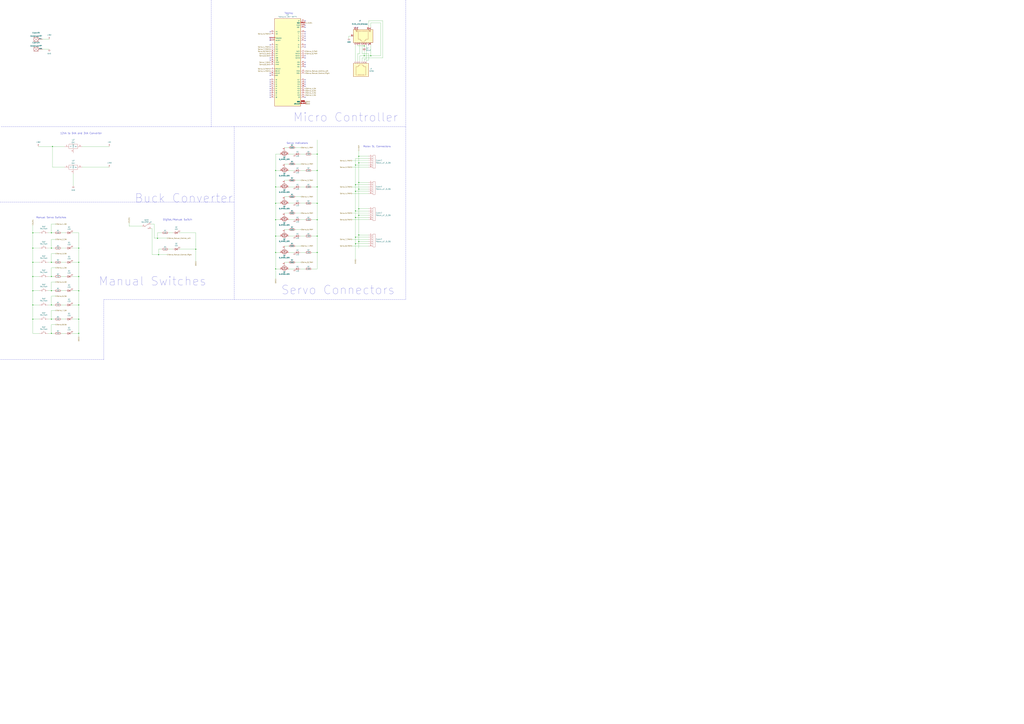
<source format=kicad_sch>
(kicad_sch (version 20211123) (generator eeschema)
  (paper "A0")
  (lib_symbols
    (symbol "Connector:6P6C" (pin_names (offset 1.016))
      (property "Reference" "J" (at -5.08 11.43 0))
      (property "Value" "6P6C" (at 2.54 11.43 0))
      (symbol "6P6C_1_1"
        (pin passive line (at 10.16 -5.08 180) (length 2.54) (name "~") (number "1"))
        (pin passive line (at 10.16 -2.54 180) (length 2.54) (name "~") (number "2"))
        (pin passive line (at 10.16 0 180) (length 2.54) (name "~") (number "3"))
        (pin passive line (at 10.16 2.54 180) (length 2.54) (name "~") (number "4"))
        (pin passive line (at 10.16 5.08 180) (length 2.54) (name "~") (number "5"))
        (pin passive line (at 10.16 7.62 180) (length 2.54) (name "~") (number "6"))
      )
    )
    (symbol "Connector:RJ45_LED_Shielded" (pin_names (offset 1.016))
      (property "Reference" "J" (at -5.08 13.97 0))
      (property "Value" "RJ45_LED_Shielded" (at 1.27 13.97 0))
      (symbol "RJ45_LED_Shielded_1_1"
        (pin passive line (at 10.16 -7.62 180) (length 2.54) (name "~") (number "1"))
        (pin passive line (at -10.16 7.62 0) (length 2.54) (name "~") (number "10"))
        (pin passive line (at -10.16 -5.08 0) (length 2.54) (name "~") (number "11"))
        (pin passive line (at -10.16 -7.62 0) (length 2.54) (name "~") (number "12"))
        (pin passive line (at 10.16 -5.08 180) (length 2.54) (name "~") (number "2"))
        (pin passive line (at 10.16 -2.54 180) (length 2.54) (name "~") (number "3"))
        (pin passive line (at 10.16 0 180) (length 2.54) (name "~") (number "4"))
        (pin passive line (at 10.16 2.54 180) (length 2.54) (name "~") (number "5"))
        (pin passive line (at 10.16 5.08 180) (length 2.54) (name "~") (number "6"))
        (pin passive line (at 10.16 7.62 180) (length 2.54) (name "~") (number "7"))
        (pin passive line (at 10.16 10.16 180) (length 2.54) (name "~") (number "8"))
        (pin passive line (at -10.16 10.16 0) (length 2.54) (name "~") (number "9"))
        (pin passive line (at 0 -12.7 90) (length 2.54) (name "~") (number "SH"))
      )
    )
    (symbol "Device:C_Small" (pin_numbers hide) (pin_names (offset 0.254) hide)
      (property "Reference" "C" (at 0.254 1.778 0))
      (property "Value" "C_Small" (at 0.254 -2.032 0))
      (symbol "C_Small_1_1"
        (pin passive line (at 0 2.54 270) (length 2.032) (name "~") (number "1"))
        (pin passive line (at 0 -2.54 90) (length 2.032) (name "~") (number "2"))
      )
    )
    (symbol "Device:LED" (pin_numbers hide) (pin_names (offset 1.016) hide)
      (property "Reference" "D" (at 0 2.54 0))
      (property "Value" "LED" (at 0 -2.54 0))
      (symbol "LED_1_1"
        (pin passive line (at -3.81 0 0) (length 2.54) (name "K") (number "1"))
        (pin passive line (at 3.81 0 180) (length 2.54) (name "A") (number "2"))
      )
    )
    (symbol "Device:Q_NMOS_GDS" (pin_names (offset 0) hide)
      (property "Reference" "Q" (at 5.08 1.27 0))
      (property "Value" "Q_NMOS_GDS" (at 5.08 -1.27 0))
      (symbol "Q_NMOS_GDS_1_1"
        (pin input line (at -5.08 0 0) (length 2.54) (name "G") (number "1"))
        (pin passive line (at 2.54 5.08 270) (length 2.54) (name "D") (number "2"))
        (pin passive line (at 2.54 -5.08 90) (length 2.54) (name "S") (number "3"))
      )
    )
    (symbol "Device:R" (pin_numbers hide) (pin_names (offset 0))
      (property "Reference" "R" (at 2.032 0 90))
      (property "Value" "R" (at 0 0 90))
      (symbol "R_1_1"
        (pin passive line (at 0 3.81 270) (length 1.27) (name "~") (number "1"))
        (pin passive line (at 0 -3.81 90) (length 1.27) (name "~") (number "2"))
      )
    )
    (symbol "MRDT_Connectors:AndersonPP" (pin_numbers hide) (pin_names (offset 0))
      (property "Reference" "Conn" (at 3.81 -1.27 0))
      (property "Value" "AndersonPP" (at 2.54 6.35 0))
      (symbol "AndersonPP_1_1"
        (pin input line (at 10.16 2.54 180) (length 5.08) (name "GND") (number "1"))
      )
      (symbol "AndersonPP_2_1"
        (pin input line (at 10.16 2.54 180) (length 5.08) (name "V+Log") (number "2"))
      )
      (symbol "AndersonPP_3_1"
        (pin input line (at 10.16 2.54 180) (length 5.08) (name "V+Act") (number "3"))
      )
      (symbol "AndersonPP_4_1"
        (pin input line (at 10.16 2.54 180) (length 5.08) (name "PV+") (number "4"))
      )
      (symbol "AndersonPP_5_1"
        (pin input line (at 10.16 2.54 180) (length 5.08) (name "~") (number "1"))
      )
    )
    (symbol "MRDT_Connectors:Molex_uF_D_06" (pin_names (offset 1.016))
      (property "Reference" "Conn" (at 1.27 2.54 0))
      (property "Value" "Molex_uF_D_06" (at 1.27 21.59 0))
      (symbol "Molex_uF_D_06_1_1"
        (pin input line (at -5.08 19.05 0) (length 5.08) (name "~") (number "1"))
        (pin input line (at -5.08 16.51 0) (length 5.08) (name "~") (number "2"))
        (pin input line (at -5.08 13.97 0) (length 5.08) (name "~") (number "3"))
        (pin input line (at -5.08 11.43 0) (length 5.08) (name "~") (number "4"))
        (pin input line (at -5.08 8.89 0) (length 5.08) (name "~") (number "5"))
        (pin input line (at -5.08 6.35 0) (length 5.08) (name "~") (number "6"))
      )
    )
    (symbol "MRDT_Devices:OKI" (pin_names (offset 1.016))
      (property "Value" "OKI" (at 5.08 6.35 0))
      (symbol "OKI_1_1"
        (pin input line (at -5.08 2.54 0) (length 5.08) (name "Vi") (number "1"))
        (pin output line (at 5.08 -5.08 90) (length 5.08) (name "GND") (number "2"))
        (pin output line (at 15.24 2.54 180) (length 5.08) (name "Vo") (number "3"))
      )
    )
    (symbol "MRDT_Shields:Teensy4.1_DEV-16771" (pin_names (offset 1.016))
      (property "Reference" "U" (at -15.24 52.07 0))
      (property "Value" "Teensy4.1_DEV-16771" (at -15.24 -53.34 0))
      (symbol "Teensy4.1_DEV-16771_0_0"
        (pin bidirectional line (at -20.32 20.32 0) (length 5.08) (name "RX1") (number "0"))
        (pin bidirectional line (at -20.32 17.78 0) (length 5.08) (name "TX1") (number "1"))
        (pin bidirectional line (at 20.32 -5.08 180) (length 5.08) (name "CS1") (number "10"))
        (pin bidirectional line (at 20.32 -12.7 180) (length 5.08) (name "MOSI") (number "11"))
        (pin bidirectional line (at 20.32 -10.16 180) (length 5.08) (name "MISO") (number "12"))
        (pin bidirectional clock (at -20.32 -15.24 0) (length 5.08) (name "SCK") (number "13"))
        (pin bidirectional line (at -20.32 -20.32 0) (length 5.08) (name "A0") (number "14"))
        (pin bidirectional line (at -20.32 -22.86 0) (length 5.08) (name "A1") (number "15"))
        (pin bidirectional line (at -20.32 -25.4 0) (length 5.08) (name "A2") (number "16"))
        (pin bidirectional line (at -20.32 -27.94 0) (length 5.08) (name "A3") (number "17"))
        (pin bidirectional line (at -20.32 -30.48 0) (length 5.08) (name "A4") (number "18"))
        (pin bidirectional line (at -20.32 -33.02 0) (length 5.08) (name "A5") (number "19"))
        (pin output line (at 20.32 12.7 180) (length 5.08) (name "OUT2") (number "2"))
        (pin bidirectional line (at -20.32 -35.56 0) (length 5.08) (name "A6") (number "20"))
        (pin bidirectional line (at -20.32 -38.1 0) (length 5.08) (name "A7") (number "21"))
        (pin bidirectional line (at -20.32 -40.64 0) (length 5.08) (name "A8") (number "22"))
        (pin bidirectional line (at 20.32 -40.64 180) (length 5.08) (name "A9") (number "23"))
        (pin bidirectional line (at 20.32 -38.1 180) (length 5.08) (name "A10") (number "24"))
        (pin bidirectional line (at 20.32 -35.56 180) (length 5.08) (name "A11") (number "25"))
        (pin bidirectional line (at 20.32 -33.02 180) (length 5.08) (name "A12") (number "26"))
        (pin bidirectional line (at 20.32 -30.48 180) (length 5.08) (name "A13") (number "27"))
        (pin bidirectional line (at -20.32 10.16 0) (length 5.08) (name "RX7") (number "28"))
        (pin bidirectional line (at -20.32 7.62 0) (length 5.08) (name "TX7") (number "29"))
        (pin bidirectional clock (at -20.32 -7.62 0) (length 5.08) (name "LRCLK2") (number "3"))
        (pin power_in line (at 20.32 45.72 180) (length 5.08) (name "3.3V") (number "3.3V_1"))
        (pin power_in line (at 20.32 45.72 180) (length 5.08) (name "3.3V") (number "3.3V_2"))
        (pin power_in line (at 20.32 45.72 180) (length 5.08) (name "3.3V") (number "3.3V_3"))
        (pin bidirectional line (at -20.32 0 0) (length 5.08) (name "CRX3") (number "30"))
        (pin bidirectional line (at -20.32 -2.54 0) (length 5.08) (name "CTX3") (number "31"))
        (pin output line (at 20.32 5.08 180) (length 5.08) (name "OUT1B") (number "32"))
        (pin bidirectional clock (at -20.32 -12.7 0) (length 5.08) (name "MCLK2") (number "33"))
        (pin bidirectional line (at -20.32 5.08 0) (length 5.08) (name "RX8") (number "34"))
        (pin bidirectional line (at -20.32 2.54 0) (length 5.08) (name "TX8") (number "35"))
        (pin bidirectional line (at 20.32 -2.54 180) (length 5.08) (name "CS2") (number "36"))
        (pin bidirectional line (at 20.32 0 180) (length 5.08) (name "CS3") (number "37"))
        (pin bidirectional line (at 20.32 -27.94 180) (length 5.08) (name "A14") (number "38"))
        (pin bidirectional line (at 20.32 -25.4 180) (length 5.08) (name "A15") (number "39"))
        (pin bidirectional clock (at -20.32 -10.16 0) (length 5.08) (name "BCLK2") (number "4"))
        (pin bidirectional line (at 20.32 -22.86 180) (length 5.08) (name "A16") (number "40"))
        (pin bidirectional line (at 20.32 -20.32 180) (length 5.08) (name "A17") (number "41"))
        (pin bidirectional line (at -20.32 33.02 0) (length 5.08) (name "IN2") (number "5"))
        (pin power_in line (at 20.32 48.26 180) (length 5.08) (name "5V") (number "5V"))
        (pin output line (at 20.32 10.16 180) (length 5.08) (name "OUT1D") (number "6"))
        (pin bidirectional line (at -20.32 15.24 0) (length 5.08) (name "RX2") (number "7"))
        (pin bidirectional line (at -20.32 12.7 0) (length 5.08) (name "TX2") (number "8"))
        (pin output line (at 20.32 7.62 180) (length 5.08) (name "OUT1C") (number "9"))
        (pin bidirectional line (at 20.32 17.78 180) (length 5.08) (name "D-") (number "D"))
        (pin bidirectional line (at 20.32 20.32 180) (length 5.08) (name "D+") (number "D+"))
        (pin power_in line (at 20.32 -45.72 180) (length 5.08) (name "GND") (number "GND1"))
        (pin power_in line (at 20.32 -45.72 180) (length 5.08) (name "GND") (number "GND2"))
        (pin power_in line (at 20.32 -45.72 180) (length 5.08) (name "GND") (number "GND3"))
        (pin power_in line (at 20.32 -45.72 180) (length 5.08) (name "GND") (number "GND4"))
        (pin power_in line (at 20.32 -45.72 180) (length 5.08) (name "GND") (number "GND5"))
        (pin bidirectional line (at 20.32 35.56 180) (length 5.08) (name "LED") (number "LED"))
        (pin bidirectional line (at -20.32 25.4 0) (length 5.08) (name "ON/OFF") (number "ON/OFF"))
        (pin bidirectional line (at -20.32 27.94 0) (length 5.08) (name "PROGRAM") (number "PROGRAM"))
        (pin bidirectional line (at 20.32 27.94 180) (length 5.08) (name "R-") (number "R"))
        (pin bidirectional line (at 20.32 25.4 180) (length 5.08) (name "R+") (number "R+"))
        (pin bidirectional line (at 20.32 33.02 180) (length 5.08) (name "T-") (number "T"))
        (pin bidirectional line (at 20.32 30.48 180) (length 5.08) (name "T+") (number "T+"))
        (pin power_in line (at 20.32 -48.26 180) (length 5.08) (name "USB_GND") (number "USB_GND1"))
        (pin power_in line (at 20.32 -48.26 180) (length 5.08) (name "USB_GND") (number "USB_GND2"))
        (pin passive line (at 20.32 40.64 180) (length 5.08) (name "VBAT") (number "VBAT"))
        (pin input line (at -20.32 35.56 0) (length 5.08) (name "VIN") (number "VIN"))
        (pin passive line (at 20.32 43.18 180) (length 5.08) (name "VUSB") (number "VUSB"))
      )
    )
    (symbol "Switch:SW_DPDT_x2" (pin_names (offset 0) hide)
      (property "Reference" "SW" (at 0 4.318 0))
      (property "Value" "SW_DPDT_x2" (at 0 -5.08 0))
      (symbol "SW_DPDT_x2_1_1"
        (pin passive line (at 5.08 2.54 180) (length 2.54) (name "A") (number "1"))
        (pin passive line (at -5.08 0 0) (length 2.54) (name "B") (number "2"))
        (pin passive line (at 5.08 -2.54 180) (length 2.54) (name "C") (number "3"))
      )
      (symbol "SW_DPDT_x2_2_1"
        (pin passive line (at 5.08 2.54 180) (length 2.54) (name "A") (number "4"))
        (pin passive line (at -5.08 0 0) (length 2.54) (name "B") (number "5"))
        (pin passive line (at 5.08 -2.54 180) (length 2.54) (name "C") (number "6"))
      )
    )
    (symbol "Switch:SW_Push" (pin_numbers hide) (pin_names (offset 1.016) hide)
      (property "Reference" "SW" (at 1.27 2.54 0))
      (property "Value" "SW_Push" (at 0 -1.524 0))
      (symbol "SW_Push_0_1"
        (pin passive line (at -5.08 0 0) (length 2.54) (name "1") (number "1"))
        (pin passive line (at 5.08 0 180) (length 2.54) (name "2") (number "2"))
      )
    )
    (symbol "power:+36V" (power) (pin_names (offset 0))
      (property "Value" "+36V" (at 0 3.556 0))
      (symbol "+36V_1_1"
        (pin power_in line (at 0 0 90) (length 0) hide (name "+36V") (number "1"))
      )
    )
    (symbol "power:+3V0" (power) (pin_names (offset 0))
      (property "Value" "+3V0" (at 0 3.556 0))
      (symbol "+3V0_1_1"
        (pin power_in line (at 0 0 90) (length 0) hide (name "+3V0") (number "1"))
      )
    )
    (symbol "power:+5V" (power) (pin_names (offset 0))
      (property "Value" "+5V" (at 0 3.556 0))
      (symbol "+5V_1_1"
        (pin power_in line (at 0 0 90) (length 0) hide (name "+5V") (number "1"))
      )
    )
    (symbol "power:GND" (power) (pin_names (offset 0))
      (property "Value" "GND" (at 0 -3.81 0))
      (symbol "GND_1_1"
        (pin power_in line (at 0 0 270) (length 0) hide (name "GND") (number "1"))
      )
    )
  )
  (junction (at 320.04 236.22))
  (junction (at 38.1 288.29))
  (junction (at 320.04 255.27))
  (junction (at 412.75 191.77))
  (junction (at 416.56 212.09))
  (junction (at 59.69 337.82))
  (junction (at 368.3 293.37))
  (junction (at 59.69 354.33))
  (junction (at 412.75 214.63))
  (junction (at 59.69 387.35))
  (junction (at 422.91 64.77))
  (junction (at 416.56 219.71))
  (junction (at 91.44 370.84))
  (junction (at 320.04 198.12))
  (junction (at 416.56 250.19))
  (junction (at 368.3 198.12))
  (junction (at 184.15 295.91))
  (junction (at 320.04 217.17))
  (junction (at 59.69 288.29))
  (junction (at 59.69 321.31))
  (junction (at 227.33 289.56))
  (junction (at 91.44 321.31))
  (junction (at 368.3 217.17))
  (junction (at 59.69 370.84))
  (junction (at 422.91 53.34))
  (junction (at 416.56 181.61))
  (junction (at 416.56 189.23))
  (junction (at 320.04 274.32))
  (junction (at 38.1 354.33))
  (junction (at 368.3 255.27))
  (junction (at 368.3 179.07))
  (junction (at 91.44 387.35))
  (junction (at 412.75 252.73))
  (junction (at 368.3 236.22))
  (junction (at 412.75 275.59))
  (junction (at 182.88 276.86))
  (junction (at 59.69 270.51))
  (junction (at 38.1 321.31))
  (junction (at 320.04 312.42))
  (junction (at 38.1 270.51))
  (junction (at 91.44 288.29))
  (junction (at 416.56 280.67))
  (junction (at 320.04 293.37))
  (junction (at 60.96 170.18))
  (junction (at 430.53 64.77))
  (junction (at 416.56 242.57))
  (junction (at 59.69 304.8))
  (junction (at 416.56 273.05))
  (junction (at 38.1 370.84))
  (junction (at 412.75 245.11))
  (junction (at 91.44 337.82))
  (junction (at 91.44 354.33))
  (junction (at 38.1 337.82))
  (junction (at 412.75 283.21))
  (junction (at 368.3 274.32))
  (junction (at 91.44 304.8))
  (junction (at 38.1 304.8))
  (junction (at 412.75 222.25))
  (no_connect (at 313.69 100.33))
  (no_connect (at 412.75 31.75))
  (no_connect (at 313.69 69.85))
  (no_connect (at 313.69 95.25))
  (no_connect (at 313.69 102.87))
  (no_connect (at 313.69 92.71))
  (no_connect (at 313.69 36.83))
  (no_connect (at 354.33 41.91))
  (no_connect (at 313.69 87.63))
  (no_connect (at 313.69 113.03))
  (no_connect (at 354.33 74.93))
  (no_connect (at 313.69 97.79))
  (no_connect (at 354.33 46.99))
  (no_connect (at 313.69 44.45))
  (no_connect (at 354.33 95.25))
  (no_connect (at 354.33 100.33))
  (no_connect (at 354.33 39.37))
  (no_connect (at 354.33 92.71))
  (no_connect (at 427.99 52.07))
  (no_connect (at 313.69 105.41))
  (no_connect (at 313.69 107.95))
  (no_connect (at 354.33 31.75))
  (no_connect (at 313.69 67.31))
  (no_connect (at 354.33 29.21))
  (no_connect (at 354.33 36.83))
  (no_connect (at 354.33 44.45))
  (no_connect (at 313.69 85.09))
  (no_connect (at 415.29 31.75))
  (no_connect (at 313.69 52.07))
  (no_connect (at 354.33 113.03))
  (no_connect (at 354.33 64.77))
  (no_connect (at 354.33 24.13))
  (no_connect (at 354.33 54.61))
  (no_connect (at 354.33 52.07))
  (no_connect (at 354.33 77.47))
  (no_connect (at 313.69 46.99))
  (no_connect (at 313.69 110.49))
  (no_connect (at 354.33 97.79))
  (no_connect (at 354.33 72.39))
  (no_connect (at 354.33 67.31))
  (wire (pts (xy 179.07 260.35) (xy 175.26 260.35)))
  (polyline (pts (xy 271.78 147.32) (xy 471.17 147.32)))
  (wire (pts (xy 59.69 321.31) (xy 63.5 321.31)))
  (wire (pts (xy 412.75 52.07) (xy 412.75 71.12)))
  (wire (pts (xy 420.37 67.31) (xy 444.5 67.31)))
  (polyline (pts (xy 120.65 347.98) (xy 271.78 347.98)))
  (wire (pts (xy 320.04 236.22) (xy 320.04 255.27)))
  (wire (pts (xy 55.88 288.29) (xy 59.69 288.29)))
  (wire (pts (xy 427.99 184.15) (xy 412.75 184.15)))
  (wire (pts (xy 71.12 370.84) (xy 76.2 370.84)))
  (wire (pts (xy 325.12 198.12) (xy 320.04 198.12)))
  (polyline (pts (xy 1.27 147.32) (xy 245.11 147.32)))
  (wire (pts (xy 427.99 278.13) (xy 408.94 278.13)))
  (wire (pts (xy 184.15 289.56) (xy 184.15 295.91)))
  (wire (pts (xy 64.77 377.19) (xy 59.69 377.19)))
  (wire (pts (xy 45.72 304.8) (xy 38.1 304.8)))
  (wire (pts (xy 91.44 288.29) (xy 91.44 304.8)))
  (wire (pts (xy 330.2 228.6) (xy 335.28 228.6)))
  (wire (pts (xy 368.3 179.07) (xy 368.3 162.56)))
  (wire (pts (xy 427.99 283.21) (xy 412.75 283.21)))
  (wire (pts (xy 176.53 265.43) (xy 175.26 265.43)))
  (wire (pts (xy 427.99 24.13) (xy 444.5 24.13)))
  (wire (pts (xy 59.69 270.51) (xy 63.5 270.51)))
  (wire (pts (xy 342.9 209.55) (xy 349.25 209.55)))
  (wire (pts (xy 38.1 337.82) (xy 38.1 321.31)))
  (polyline (pts (xy 245.11 0) (xy 245.11 147.32)))
  (wire (pts (xy 335.28 236.22) (xy 341.63 236.22)))
  (wire (pts (xy 330.2 285.75) (xy 335.28 285.75)))
  (wire (pts (xy 427.99 181.61) (xy 416.56 181.61)))
  (wire (pts (xy 441.96 64.77) (xy 430.53 64.77)))
  (wire (pts (xy 330.2 247.65) (xy 335.28 247.65)))
  (wire (pts (xy 83.82 304.8) (xy 91.44 304.8)))
  (wire (pts (xy 430.53 31.75) (xy 430.53 26.67)))
  (wire (pts (xy 427.99 242.57) (xy 416.56 242.57)))
  (wire (pts (xy 64.77 327.66) (xy 59.69 327.66)))
  (wire (pts (xy 325.12 179.07) (xy 320.04 179.07)))
  (wire (pts (xy 38.1 354.33) (xy 38.1 337.82)))
  (wire (pts (xy 427.99 247.65) (xy 408.94 247.65)))
  (wire (pts (xy 416.56 181.61) (xy 416.56 189.23)))
  (wire (pts (xy 349.25 293.37) (xy 354.33 293.37)))
  (wire (pts (xy 320.04 255.27) (xy 320.04 274.32)))
  (wire (pts (xy 38.1 288.29) (xy 38.1 270.51)))
  (wire (pts (xy 349.25 255.27) (xy 354.33 255.27)))
  (wire (pts (xy 45.72 288.29) (xy 38.1 288.29)))
  (wire (pts (xy 55.88 354.33) (xy 59.69 354.33)))
  (wire (pts (xy 342.9 171.45) (xy 349.25 171.45)))
  (wire (pts (xy 59.69 304.8) (xy 63.5 304.8)))
  (wire (pts (xy 55.88 337.82) (xy 59.69 337.82)))
  (wire (pts (xy 427.99 222.25) (xy 412.75 222.25)))
  (wire (pts (xy 149.86 259.08) (xy 149.86 262.89)))
  (wire (pts (xy 38.1 387.35) (xy 38.1 370.84)))
  (wire (pts (xy 361.95 236.22) (xy 368.3 236.22)))
  (polyline (pts (xy 271.78 234.95) (xy 271.78 147.32)))
  (wire (pts (xy 195.58 270.51) (xy 200.66 270.51)))
  (wire (pts (xy 59.69 278.13) (xy 59.69 288.29)))
  (wire (pts (xy 38.1 370.84) (xy 38.1 354.33)))
  (polyline (pts (xy 120.65 417.83) (xy 120.65 347.98)))
  (wire (pts (xy 176.53 295.91) (xy 176.53 265.43)))
  (wire (pts (xy 416.56 242.57) (xy 416.56 250.19)))
  (wire (pts (xy 417.83 64.77) (xy 417.83 71.12)))
  (wire (pts (xy 427.99 189.23) (xy 416.56 189.23)))
  (wire (pts (xy 176.53 295.91) (xy 184.15 295.91)))
  (wire (pts (xy 342.9 228.6) (xy 349.25 228.6)))
  (wire (pts (xy 415.29 62.23) (xy 415.29 71.12)))
  (wire (pts (xy 45.72 337.82) (xy 38.1 337.82)))
  (wire (pts (xy 91.44 354.33) (xy 91.44 370.84)))
  (wire (pts (xy 320.04 217.17) (xy 320.04 236.22)))
  (wire (pts (xy 412.75 283.21) (xy 412.75 300.99)))
  (wire (pts (xy 45.72 321.31) (xy 38.1 321.31)))
  (wire (pts (xy 83.82 370.84) (xy 91.44 370.84)))
  (wire (pts (xy 55.88 270.51) (xy 59.69 270.51)))
  (wire (pts (xy 59.69 387.35) (xy 63.5 387.35)))
  (wire (pts (xy 422.91 68.58) (xy 422.91 71.12)))
  (wire (pts (xy 342.9 285.75) (xy 349.25 285.75)))
  (wire (pts (xy 422.91 53.34) (xy 422.91 54.61)))
  (wire (pts (xy 320.04 179.07) (xy 320.04 198.12)))
  (wire (pts (xy 325.12 293.37) (xy 320.04 293.37)))
  (wire (pts (xy 71.12 387.35) (xy 76.2 387.35)))
  (wire (pts (xy 415.29 53.34) (xy 422.91 53.34)))
  (wire (pts (xy 83.82 354.33) (xy 91.44 354.33)))
  (wire (pts (xy 330.2 209.55) (xy 335.28 209.55)))
  (wire (pts (xy 55.88 304.8) (xy 59.69 304.8)))
  (wire (pts (xy 420.37 62.23) (xy 427.99 62.23)))
  (wire (pts (xy 208.28 270.51) (xy 227.33 270.51)))
  (wire (pts (xy 335.28 198.12) (xy 341.63 198.12)))
  (wire (pts (xy 55.88 387.35) (xy 59.69 387.35)))
  (wire (pts (xy 427.99 219.71) (xy 416.56 219.71)))
  (wire (pts (xy 64.77 311.15) (xy 59.69 311.15)))
  (wire (pts (xy 416.56 175.26) (xy 416.56 181.61)))
  (wire (pts (xy 91.44 370.84) (xy 91.44 387.35)))
  (wire (pts (xy 85.09 201.93) (xy 85.09 215.9)))
  (wire (pts (xy 91.44 321.31) (xy 91.44 337.82)))
  (wire (pts (xy 335.28 274.32) (xy 341.63 274.32)))
  (wire (pts (xy 64.77 278.13) (xy 59.69 278.13)))
  (wire (pts (xy 368.3 312.42) (xy 368.3 293.37)))
  (wire (pts (xy 325.12 217.17) (xy 320.04 217.17)))
  (wire (pts (xy 95.25 194.31) (xy 127 194.31)))
  (wire (pts (xy 416.56 250.19) (xy 416.56 273.05)))
  (wire (pts (xy 427.99 275.59) (xy 412.75 275.59)))
  (wire (pts (xy 45.72 370.84) (xy 38.1 370.84)))
  (wire (pts (xy 59.69 337.82) (xy 63.5 337.82)))
  (wire (pts (xy 427.99 69.85) (xy 425.45 69.85)))
  (wire (pts (xy 184.15 295.91) (xy 194.31 295.91)))
  (wire (pts (xy 227.33 270.51) (xy 227.33 289.56)))
  (wire (pts (xy 91.44 270.51) (xy 91.44 288.29)))
  (wire (pts (xy 425.45 52.07) (xy 425.45 68.58)))
  (wire (pts (xy 427.99 191.77) (xy 412.75 191.77)))
  (wire (pts (xy 71.12 304.8) (xy 76.2 304.8)))
  (wire (pts (xy 427.99 217.17) (xy 408.94 217.17)))
  (wire (pts (xy 422.91 64.77) (xy 430.53 64.77)))
  (wire (pts (xy 165.1 262.89) (xy 149.86 262.89)))
  (wire (pts (xy 179.07 260.35) (xy 179.07 276.86)))
  (wire (pts (xy 59.69 311.15) (xy 59.69 321.31)))
  (wire (pts (xy 83.82 270.51) (xy 91.44 270.51)))
  (wire (pts (xy 60.96 194.31) (xy 60.96 170.18)))
  (wire (pts (xy 342.9 190.5) (xy 349.25 190.5)))
  (wire (pts (xy 227.33 289.56) (xy 208.28 289.56)))
  (wire (pts (xy 415.29 52.07) (xy 415.29 53.34)))
  (wire (pts (xy 412.75 191.77) (xy 412.75 214.63)))
  (wire (pts (xy 44.45 170.18) (xy 60.96 170.18)))
  (wire (pts (xy 427.99 194.31) (xy 408.94 194.31)))
  (wire (pts (xy 59.69 360.68) (xy 59.69 370.84)))
  (wire (pts (xy 64.77 294.64) (xy 59.69 294.64)))
  (wire (pts (xy 57.15 57.15) (xy 49.53 57.15)))
  (wire (pts (xy 368.3 236.22) (xy 368.3 217.17)))
  (polyline (pts (xy -6.35 417.83) (xy 120.65 417.83)))
  (polyline (pts (xy 271.78 234.95) (xy 271.78 347.98)))
  (wire (pts (xy 71.12 270.51) (xy 76.2 270.51)))
  (wire (pts (xy 325.12 312.42) (xy 320.04 312.42)))
  (wire (pts (xy 91.44 337.82) (xy 91.44 354.33)))
  (wire (pts (xy 91.44 387.35) (xy 91.44 391.16)))
  (wire (pts (xy 342.9 266.7) (xy 349.25 266.7)))
  (wire (pts (xy 412.75 252.73) (xy 412.75 245.11)))
  (wire (pts (xy 59.69 370.84) (xy 63.5 370.84)))
  (wire (pts (xy 427.99 224.79) (xy 408.94 224.79)))
  (wire (pts (xy 416.56 219.71) (xy 416.56 242.57)))
  (wire (pts (xy 427.99 62.23) (xy 427.99 69.85)))
  (wire (pts (xy 330.2 171.45) (xy 335.28 171.45)))
  (wire (pts (xy 417.83 62.23) (xy 415.29 62.23)))
  (wire (pts (xy 71.12 337.82) (xy 76.2 337.82)))
  (wire (pts (xy 335.28 293.37) (xy 341.63 293.37)))
  (wire (pts (xy 71.12 321.31) (xy 76.2 321.31)))
  (wire (pts (xy 425.45 69.85) (xy 425.45 71.12)))
  (wire (pts (xy 349.25 217.17) (xy 354.33 217.17)))
  (wire (pts (xy 361.95 198.12) (xy 368.3 198.12)))
  (polyline (pts (xy 471.17 347.98) (xy 471.17 147.32)))
  (wire (pts (xy 427.99 273.05) (xy 416.56 273.05)))
  (wire (pts (xy 330.2 190.5) (xy 335.28 190.5)))
  (wire (pts (xy 45.72 387.35) (xy 38.1 387.35)))
  (wire (pts (xy 38.1 321.31) (xy 38.1 304.8)))
  (wire (pts (xy 417.83 52.07) (xy 417.83 62.23)))
  (wire (pts (xy 412.75 222.25) (xy 412.75 214.63)))
  (wire (pts (xy 83.82 387.35) (xy 91.44 387.35)))
  (wire (pts (xy 412.75 283.21) (xy 412.75 275.59)))
  (wire (pts (xy 361.95 293.37) (xy 368.3 293.37)))
  (wire (pts (xy 368.3 217.17) (xy 368.3 198.12)))
  (wire (pts (xy 422.91 52.07) (xy 422.91 53.34)))
  (wire (pts (xy 320.04 198.12) (xy 320.04 217.17)))
  (wire (pts (xy 342.9 304.8) (xy 349.25 304.8)))
  (wire (pts (xy 427.99 245.11) (xy 412.75 245.11)))
  (wire (pts (xy 349.25 179.07) (xy 354.33 179.07)))
  (wire (pts (xy 422.91 64.77) (xy 417.83 64.77)))
  (wire (pts (xy 187.96 289.56) (xy 184.15 289.56)))
  (polyline (pts (xy 0 234.95) (xy 271.78 234.95)))
  (wire (pts (xy 64.77 344.17) (xy 59.69 344.17)))
  (wire (pts (xy 361.95 255.27) (xy 368.3 255.27)))
  (wire (pts (xy 64.77 260.35) (xy 59.69 260.35)))
  (wire (pts (xy 368.3 255.27) (xy 368.3 236.22)))
  (wire (pts (xy 195.58 289.56) (xy 200.66 289.56)))
  (wire (pts (xy 320.04 274.32) (xy 320.04 293.37)))
  (wire (pts (xy 416.56 273.05) (xy 416.56 280.67)))
  (wire (pts (xy 405.13 44.45) (xy 405.13 41.91)))
  (wire (pts (xy 60.96 170.18) (xy 74.93 170.18)))
  (wire (pts (xy 361.95 179.07) (xy 368.3 179.07)))
  (wire (pts (xy 368.3 274.32) (xy 368.3 255.27)))
  (wire (pts (xy 361.95 217.17) (xy 368.3 217.17)))
  (wire (pts (xy 55.88 321.31) (xy 59.69 321.31)))
  (wire (pts (xy 59.69 344.17) (xy 59.69 354.33)))
  (wire (pts (xy 349.25 236.22) (xy 354.33 236.22)))
  (wire (pts (xy 427.99 186.69) (xy 408.94 186.69)))
  (wire (pts (xy 441.96 26.67) (xy 441.96 64.77)))
  (wire (pts (xy 330.2 304.8) (xy 335.28 304.8)))
  (wire (pts (xy 412.75 252.73) (xy 412.75 275.59)))
  (wire (pts (xy 335.28 179.07) (xy 341.63 179.07)))
  (wire (pts (xy 91.44 304.8) (xy 91.44 321.31)))
  (wire (pts (xy 420.37 52.07) (xy 420.37 62.23)))
  (wire (pts (xy 349.25 312.42) (xy 354.33 312.42)))
  (wire (pts (xy 59.69 288.29) (xy 63.5 288.29)))
  (wire (pts (xy 55.88 370.84) (xy 59.69 370.84)))
  (wire (pts (xy 427.99 212.09) (xy 416.56 212.09)))
  (polyline (pts (xy 471.17 0) (xy 471.17 147.32)))
  (wire (pts (xy 325.12 255.27) (xy 320.04 255.27)))
  (wire (pts (xy 179.07 276.86) (xy 182.88 276.86)))
  (wire (pts (xy 227.33 289.56) (xy 227.33 303.53)))
  (wire (pts (xy 416.56 189.23) (xy 416.56 212.09)))
  (wire (pts (xy 425.45 68.58) (xy 422.91 68.58)))
  (wire (pts (xy 83.82 321.31) (xy 91.44 321.31)))
  (wire (pts (xy 361.95 274.32) (xy 368.3 274.32)))
  (wire (pts (xy 95.25 170.18) (xy 127 170.18)))
  (polyline (pts (xy 271.78 347.98) (xy 471.17 347.98)))
  (wire (pts (xy 444.5 24.13) (xy 444.5 67.31)))
  (wire (pts (xy 59.69 294.64) (xy 59.69 304.8)))
  (wire (pts (xy 330.2 266.7) (xy 335.28 266.7)))
  (wire (pts (xy 420.37 67.31) (xy 420.37 71.12)))
  (wire (pts (xy 427.99 214.63) (xy 412.75 214.63)))
  (wire (pts (xy 45.72 354.33) (xy 38.1 354.33)))
  (wire (pts (xy 427.99 280.67) (xy 416.56 280.67)))
  (wire (pts (xy 182.88 270.51) (xy 182.88 276.86)))
  (wire (pts (xy 427.99 252.73) (xy 412.75 252.73)))
  (wire (pts (xy 182.88 276.86) (xy 194.31 276.86)))
  (wire (pts (xy 405.13 41.91) (xy 407.67 41.91)))
  (wire (pts (xy 71.12 288.29) (xy 76.2 288.29)))
  (wire (pts (xy 325.12 236.22) (xy 320.04 236.22)))
  (polyline (pts (xy 271.78 147.32) (xy 245.11 147.32)))
  (wire (pts (xy 187.96 270.51) (xy 182.88 270.51)))
  (wire (pts (xy 427.99 250.19) (xy 416.56 250.19)))
  (wire (pts (xy 427.99 31.75) (xy 427.99 24.13)))
  (wire (pts (xy 349.25 198.12) (xy 354.33 198.12)))
  (wire (pts (xy 427.99 255.27) (xy 408.94 255.27)))
  (wire (pts (xy 59.69 327.66) (xy 59.69 337.82)))
  (wire (pts (xy 74.93 194.31) (xy 60.96 194.31)))
  (wire (pts (xy 422.91 59.69) (xy 422.91 64.77)))
  (wire (pts (xy 45.72 270.51) (xy 38.1 270.51)))
  (wire (pts (xy 412.75 191.77) (xy 412.75 184.15)))
  (wire (pts (xy 342.9 247.65) (xy 349.25 247.65)))
  (wire (pts (xy 320.04 312.42) (xy 320.04 323.85)))
  (wire (pts (xy 335.28 217.17) (xy 341.63 217.17)))
  (wire (pts (xy 38.1 304.8) (xy 38.1 288.29)))
  (wire (pts (xy 83.82 337.82) (xy 91.44 337.82)))
  (wire (pts (xy 57.15 45.72) (xy 49.53 45.72)))
  (wire (pts (xy 430.53 64.77) (xy 430.53 52.07)))
  (wire (pts (xy 335.28 255.27) (xy 341.63 255.27)))
  (wire (pts (xy 64.77 360.68) (xy 59.69 360.68)))
  (wire (pts (xy 416.56 212.09) (xy 416.56 219.71)))
  (wire (pts (xy 320.04 293.37) (xy 320.04 312.42)))
  (wire (pts (xy 59.69 260.35) (xy 59.69 270.51)))
  (wire (pts (xy 427.99 285.75) (xy 408.94 285.75)))
  (wire (pts (xy 38.1 270.51) (xy 38.1 261.62)))
  (wire (pts (xy 71.12 354.33) (xy 76.2 354.33)))
  (wire (pts (xy 361.95 312.42) (xy 368.3 312.42)))
  (wire (pts (xy 83.82 288.29) (xy 91.44 288.29)))
  (wire (pts (xy 368.3 198.12) (xy 368.3 179.07)))
  (wire (pts (xy 430.53 26.67) (xy 441.96 26.67)))
  (wire (pts (xy 349.25 274.32) (xy 354.33 274.32)))
  (wire (pts (xy 59.69 377.19) (xy 59.69 387.35)))
  (wire (pts (xy 412.75 222.25) (xy 412.75 245.11)))
  (wire (pts (xy 59.69 354.33) (xy 63.5 354.33)))
  (wire (pts (xy 335.28 312.42) (xy 341.63 312.42)))
  (wire (pts (xy 368.3 293.37) (xy 368.3 274.32)))
  (wire (pts (xy 325.12 274.32) (xy 320.04 274.32)))
  (wire (pts (xy 416.56 280.67) (xy 416.56 288.29)))
  (text "Servo Indicators" (at 332.74 167.64 0) (effects (font (size 2.0066 2.0066)) (justify left bottom)))
  (text "Teensy" (at 330.2 16.51 0) (effects (font (size 2.0066 2.0066)) (justify left bottom)))
  (text "Manual Servo Switches" (at 41.91 254 0) (effects (font (size 2.0066 2.0066)) (justify left bottom)))
  (text "Molex SL Connectors" (at 421.64 171.45 0) (effects (font (size 2.0066 2.0066)) (justify left bottom)))
  (text "Buck Converter" (at 156.21 236.22 0) (effects (font (size 10 10)) (justify left bottom)))
  (text "Micro Controller" (at 340.36 142.24 0) (effects (font (size 10 10)) (justify left bottom)))
  (text "12VA to 5VA and 3VA Converter" (at 69.85 156.21 0) (effects (font (size 2.0066 2.0066)) (justify left bottom)))
  (text "Manual Switches" (at 114.3 332.74 0) (effects (font (size 10 10)) (justify left bottom)))
  (text "Digital/Manual Switch" (at 189.23 256.54 0) (effects (font (size 2.0066 2.0066)) (justify left bottom)))
  (text "Servo Connectors" (at 326.39 342.9 0) (effects (font (size 10 10)) (justify left bottom)))
  (hierarchical_label "Servo_2_SW" (shape output) (at 64.77 278.13 0))
  (hierarchical_label "Servo_6_PWM" (shape input) (at 349.25 266.7 0))
  (hierarchical_label "3.3VL" (shape input) (at 149.86 259.08 90))
  (hierarchical_label "Servo_3­_SW" (shape output) (at 64.77 294.64 0))
  (hierarchical_label "Servo_3_PWM" (shape input) (at 349.25 209.55 0))
  (hierarchical_label "Servo_2_PWM" (shape output) (at 354.33 59.69 0))
  (hierarchical_label "Servo_8_SW" (shape output) (at 64.77 377.19 0))
  (hierarchical_label "Servo_1_PWM" (shape input) (at 408.94 186.69 180))
  (hierarchical_label "Servo_2_PWM" (shape input) (at 349.25 190.5 0))
  (hierarchical_label "GND" (shape input) (at 227.33 303.53 270))
  (hierarchical_label "+3.3VL" (shape input) (at 354.33 26.67 0))
  (hierarchical_label "Servo_8_PWM" (shape input) (at 408.94 285.75 180))
  (hierarchical_label "GND" (shape input) (at 320.04 323.85 270))
  (hierarchical_label "GND" (shape input) (at 91.44 391.16 270))
  (hierarchical_label "Servo_5_PWM" (shape input) (at 349.25 247.65 0))
  (hierarchical_label "Servo_4_PWM" (shape input) (at 349.25 228.6 0))
  (hierarchical_label "Servo_6_SW" (shape output) (at 64.77 344.17 0))
  (hierarchical_label "Servo_8_SW" (shape input) (at 313.69 74.93 180))
  (hierarchical_label "Servo_2_PWM" (shape input) (at 408.94 194.31 180))
  (hierarchical_label "Servo_6_PWM" (shape output) (at 354.33 62.23 0))
  (hierarchical_label "Servo_6_PWM" (shape input) (at 408.94 255.27 180))
  (hierarchical_label "Servo_2_SW" (shape input) (at 354.33 107.95 0))
  (hierarchical_label "Servo_Manual_Control_Left" (shape input) (at 354.33 82.55 0))
  (hierarchical_label "Servo_5_PWM" (shape input) (at 408.94 247.65 180))
  (hierarchical_label "Servo_4_PWM" (shape input) (at 408.94 224.79 180))
  (hierarchical_label "GND" (shape input) (at 354.33 118.11 0))
  (hierarchical_label "Servo_1_SW" (shape input) (at 354.33 110.49 0))
  (hierarchical_label "Servo_5_PWM" (shape output) (at 313.69 39.37 180))
  (hierarchical_label "Servo_7_SW" (shape input) (at 313.69 72.39 180))
  (hierarchical_label "Servo_7_PWM" (shape input) (at 349.25 285.75 0))
  (hierarchical_label "+5VA" (shape input) (at 416.56 175.26 90))
  (hierarchical_label "Servo_Manual_Control_Right" (shape output) (at 194.31 295.91 0))
  (hierarchical_label "GND" (shape input) (at 412.75 300.99 270))
  (hierarchical_label "Servo_5_SW" (shape output) (at 64.77 327.66 0))
  (hierarchical_label "Servo_Manual_Control_Left" (shape output) (at 194.31 276.86 0))
  (hierarchical_label "Servo_Manual_Control_Right" (shape input) (at 354.33 85.09 0))
  (hierarchical_label "Servo_4_SW" (shape input) (at 354.33 102.87 0))
  (hierarchical_label "Servo_8_PWM" (shape output) (at 313.69 59.69 180))
  (hierarchical_label "Servo_3_PWM" (shape input) (at 408.94 217.17 180))
  (hierarchical_label "Servo_4_SW" (shape output) (at 64.77 311.15 0))
  (hierarchical_label "Servo_4_PWM" (shape output) (at 313.69 82.55 180))
  (hierarchical_label "Servo_3_PWM" (shape output) (at 313.69 80.01 180))
  (hierarchical_label "Servo_5_SW" (shape input) (at 313.69 62.23 180))
  (hierarchical_label "Servo_1_SW" (shape output) (at 64.77 260.35 0))
  (hierarchical_label "Servo_6_SW" (shape input) (at 313.69 64.77 180))
  (hierarchical_label "Servo_7_SW" (shape output) (at 64.77 360.68 0))
  (hierarchical_label "Servo_7_PWM" (shape input) (at 408.94 278.13 180))
  (hierarchical_label "Servo_3_SW" (shape input) (at 354.33 105.41 0))
  (hierarchical_label "Servo_1_PWM" (shape output) (at 313.69 54.61 180))
  (hierarchical_label "Servo_8_PWM" (shape input) (at 349.25 304.8 0))
  (hierarchical_label "3.3VL" (shape input) (at 38.1 261.62 90))
  (hierarchical_label "Servo_7_PWM" (shape output) (at 313.69 57.15 180))
  (hierarchical_label "Servo_1_PWM" (shape input) (at 349.25 171.45 0))
  (hierarchical_label "GND" (shape input) (at 354.33 120.65 0))
  (symbol (lib_id "Device:Q_NMOS_GDS") (at 330.2 309.88 270) (unit 1)
    (property "Reference" "Q?" (at 330.2 316.2046 90))
    (property "Value" "Q_NMOS_GDS" (at 330.2 318.516 90))
    (property "Footprint" "Package_TO_SOT_SMD:SOT-23" (effects hide))
  )
  (symbol (lib_id "Device:R") (at 67.31 288.29 270) (unit 1)
    (property "Reference" "R?" (at 67.31 285.75 90))
    (property "Value" "43" (at 67.31 288.29 90))
    (property "Footprint" "Resistor_SMD:R_0603_1608Metric_Pad0.98x0.95mm_HandSolder" (effects hide))
  )
  (symbol (lib_id "Device:R") (at 358.14 179.07 270) (unit 1)
    (property "Reference" "R?" (at 358.14 176.53 90))
    (property "Value" "100" (at 358.14 179.07 90))
    (property "Footprint" "Resistor_SMD:R_0603_1608Metric_Pad0.98x0.95mm_HandSolder" (effects hide))
  )
  (symbol (lib_id "Switch:SW_Push") (at 50.8 370.84 0) (unit 1)
    (property "Reference" "SW?" (at 50.8 363.601 0))
    (property "Value" "SW_Push" (at 50.8 365.9124 0))
    (property "Footprint" "Button_Switch_SMD:SW_SPST_EVPBF" (effects hide))
  )
  (symbol (lib_id "Device:LED") (at 80.01 270.51 180) (unit 1)
    (property "Reference" "D?" (at 80.1878 264.033 0))
    (property "Value" "LED" (at 80.1878 266.3444 0))
    (property "Footprint" "LED_SMD:LED_0603_1608Metric_Pad1.05x0.95mm_HandSolder" (effects hide))
  )
  (symbol (lib_id "Device:Q_NMOS_GDS") (at 330.2 271.78 270) (unit 1)
    (property "Reference" "Q?" (at 330.2 278.1046 90))
    (property "Value" "Q_NMOS_GDS" (at 330.2 280.416 90))
    (property "Footprint" "Package_TO_SOT_SMD:SOT-23" (effects hide))
  )
  (symbol (lib_id "Device:R") (at 191.77 270.51 270) (unit 1)
    (property "Reference" "R?" (at 191.77 267.97 90))
    (property "Value" "43" (at 191.77 270.51 90))
    (property "Footprint" "Resistor_SMD:R_0603_1608Metric_Pad0.98x0.95mm_HandSolder" (effects hide))
  )
  (symbol (lib_id "Device:LED") (at 345.44 293.37 0) (unit 1)
    (property "Reference" "D?" (at 345.44 290.83 0))
    (property "Value" "LED" (at 345.44 295.91 0))
    (property "Footprint" "LED_SMD:LED_0603_1608Metric_Pad1.05x0.95mm_HandSolder" (effects hide))
  )
  (symbol (lib_id "Device:Q_NMOS_GDS") (at 330.2 195.58 270) (unit 1)
    (property "Reference" "Q?" (at 330.2 201.9046 90))
    (property "Value" "Q_NMOS_GDS" (at 330.2 204.216 90))
    (property "Footprint" "Package_TO_SOT_SMD:SOT-23" (effects hide))
  )
  (symbol (lib_id "Device:R") (at 358.14 293.37 270) (unit 1)
    (property "Reference" "R?" (at 358.14 290.83 90))
    (property "Value" "100" (at 358.14 293.37 90))
    (property "Footprint" "Resistor_SMD:R_0603_1608Metric_Pad0.98x0.95mm_HandSolder" (effects hide))
  )
  (symbol (lib_id "Device:R") (at 358.14 274.32 270) (unit 1)
    (property "Reference" "R?" (at 358.14 271.78 90))
    (property "Value" "100" (at 358.14 274.32 90))
    (property "Footprint" "Resistor_SMD:R_0603_1608Metric_Pad0.98x0.95mm_HandSolder" (effects hide))
  )
  (symbol (lib_id "Device:LED") (at 345.44 255.27 0) (unit 1)
    (property "Reference" "D?" (at 345.44 252.73 0))
    (property "Value" "LED" (at 345.44 257.81 0))
    (property "Footprint" "LED_SMD:LED_0603_1608Metric_Pad1.05x0.95mm_HandSolder" (effects hide))
  )
  (symbol (lib_id "Device:R") (at 339.09 266.7 270) (unit 1)
    (property "Reference" "R?" (at 339.09 264.16 90))
    (property "Value" "510" (at 339.09 266.7 90))
    (property "Footprint" "Resistor_SMD:R_0603_1608Metric_Pad0.98x0.95mm_HandSolder" (effects hide))
  )
  (symbol (lib_id "Device:Q_NMOS_GDS") (at 330.2 214.63 270) (unit 1)
    (property "Reference" "Q?" (at 330.2 220.9546 90))
    (property "Value" "Q_NMOS_GDS" (at 330.2 223.266 90))
    (property "Footprint" "Package_TO_SOT_SMD:SOT-23" (effects hide))
  )
  (symbol (lib_id "power:+3V0") (at 127 194.31 0) (unit 1)
    (property "Reference" "#PWR?" (effects hide))
    (property "Value" "+3V0" (at 127 189.23 0))
  )
  (symbol (lib_id "Device:LED") (at 345.44 274.32 0) (unit 1)
    (property "Reference" "D?" (at 345.44 271.78 0))
    (property "Value" "LED" (at 345.44 276.86 0))
    (property "Footprint" "LED_SMD:LED_0603_1608Metric_Pad1.05x0.95mm_HandSolder" (effects hide))
  )
  (symbol (lib_id "MRDT_Connectors:AndersonPP") (at 39.37 59.69 0) (unit 1)
    (property "Reference" "Conn?" (at 41.91 49.53 0) (effects (font (size 1.524 1.524))))
    (property "Value" "AndersonPP" (at 41.91 53.34 0) (effects (font (size 1.524 1.524))))
  )
  (symbol (lib_id "Device:R") (at 358.14 198.12 270) (unit 1)
    (property "Reference" "R?" (at 358.14 195.58 90))
    (property "Value" "100" (at 358.14 198.12 90))
    (property "Footprint" "Resistor_SMD:R_0603_1608Metric_Pad0.98x0.95mm_HandSolder" (effects hide))
  )
  (symbol (lib_id "Device:R") (at 67.31 370.84 270) (unit 1)
    (property "Reference" "R?" (at 67.31 368.3 90))
    (property "Value" "43" (at 67.31 370.84 90))
    (property "Footprint" "Resistor_SMD:R_0603_1608Metric_Pad0.98x0.95mm_HandSolder" (effects hide))
  )
  (symbol (lib_id "Device:LED") (at 345.44 179.07 0) (unit 1)
    (property "Reference" "D?" (at 345.44 176.53 0))
    (property "Value" "LED" (at 345.44 181.61 0))
    (property "Footprint" "LED_SMD:LED_0603_1608Metric_Pad1.05x0.95mm_HandSolder" (effects hide))
  )
  (symbol (lib_id "MRDT_Connectors:Molex_uF_D_06") (at 433.07 261.62 0) (unit 1)
    (property "Reference" "Conn?" (at 436.3212 247.4468 0) (effects (font (size 1.524 1.524)) (justify left)))
    (property "Value" "Molex_uF_D_06" (at 436.3212 250.1392 0) (effects (font (size 1.524 1.524)) (justify left)))
    (property "Footprint" "MRDT_Connectors:MOLEX_uF_D_06_Horizontal" (effects hide))
  )
  (symbol (lib_id "power:+5V") (at 127 170.18 0) (unit 1)
    (property "Reference" "#PWR?" (effects hide))
    (property "Value" "+5V" (at 127 165.1 0))
  )
  (symbol (lib_id "Device:LED") (at 80.01 370.84 180) (unit 1)
    (property "Reference" "D?" (at 80.1878 364.363 0))
    (property "Value" "LED" (at 80.1878 366.6744 0))
    (property "Footprint" "LED_SMD:LED_0603_1608Metric_Pad1.05x0.95mm_HandSolder" (effects hide))
  )
  (symbol (lib_id "power:GND") (at 57.15 57.15 0) (unit 1)
    (property "Reference" "#PWR?" (effects hide))
    (property "Value" "GND" (at 57.15 62.23 0))
  )
  (symbol (lib_id "Switch:SW_Push") (at 50.8 321.31 0) (unit 1)
    (property "Reference" "SW?" (at 50.8 314.071 0))
    (property "Value" "SW_Push" (at 50.8 316.3824 0))
    (property "Footprint" "Button_Switch_SMD:SW_SPST_EVPBF" (effects hide))
  )
  (symbol (lib_id "Device:LED") (at 204.47 289.56 180) (unit 1)
    (property "Reference" "D?" (at 204.6478 283.083 0))
    (property "Value" "LED" (at 204.6478 285.3944 0))
    (property "Footprint" "LED_SMD:LED_0603_1608Metric_Pad1.05x0.95mm_HandSolder" (effects hide))
  )
  (symbol (lib_id "MRDT_Devices:OKI") (at 80.01 172.72 0) (unit 1)
    (property "Reference" "U?" (at 85.09 162.56 0) (effects (font (size 1.524 1.524))))
    (property "Value" "OKI" (at 85.09 165.5826 0) (effects (font (size 1.524 1.524))))
    (property "Footprint" "MRDT_Devices:OKI_Horizontal" (effects hide))
  )
  (symbol (lib_id "Device:Q_NMOS_GDS") (at 330.2 233.68 270) (unit 1)
    (property "Reference" "Q?" (at 330.2 240.0046 90))
    (property "Value" "Q_NMOS_GDS" (at 330.2 242.316 90))
    (property "Footprint" "Package_TO_SOT_SMD:SOT-23" (effects hide))
  )
  (symbol (lib_id "power:+36V") (at 44.45 170.18 0) (unit 1)
    (property "Reference" "#PWR?" (effects hide))
    (property "Value" "+36V" (at 44.45 165.1 0))
  )
  (symbol (lib_id "Device:R") (at 67.31 337.82 270) (unit 1)
    (property "Reference" "R?" (at 67.31 335.28 90))
    (property "Value" "43" (at 67.31 337.82 90))
    (property "Footprint" "Resistor_SMD:R_0603_1608Metric_Pad0.98x0.95mm_HandSolder" (effects hide))
  )
  (symbol (lib_id "Device:R") (at 191.77 289.56 270) (unit 1)
    (property "Reference" "R?" (at 191.77 287.02 90))
    (property "Value" "43" (at 191.77 289.56 90))
    (property "Footprint" "Resistor_SMD:R_0603_1608Metric_Pad0.98x0.95mm_HandSolder" (effects hide))
  )
  (symbol (lib_id "Device:LED") (at 80.01 354.33 180) (unit 1)
    (property "Reference" "D?" (at 80.1878 347.853 0))
    (property "Value" "LED" (at 80.1878 350.1644 0))
    (property "Footprint" "LED_SMD:LED_0603_1608Metric_Pad1.05x0.95mm_HandSolder" (effects hide))
  )
  (symbol (lib_id "Switch:SW_Push") (at 50.8 354.33 0) (unit 1)
    (property "Reference" "SW?" (at 50.8 347.091 0))
    (property "Value" "SW_Push" (at 50.8 349.4024 0))
    (property "Footprint" "Button_Switch_SMD:SW_SPST_EVPBF" (effects hide))
  )
  (symbol (lib_id "Switch:SW_Push") (at 50.8 270.51 0) (unit 1)
    (property "Reference" "SW?" (at 50.8 263.271 0))
    (property "Value" "SW_Push" (at 50.8 265.5824 0))
    (property "Footprint" "Button_Switch_SMD:SW_SPST_EVPBF" (effects hide))
  )
  (symbol (lib_id "Device:C_Small") (at 422.91 57.15 0) (unit 1)
    (property "Reference" "C?" (at 425.2468 55.9816 0) (effects (justify left)))
    (property "Value" "0.1uF" (at 425.2468 58.293 0) (effects (justify left)))
    (property "Footprint" "Capacitor_SMD:C_0603_1608Metric_Pad1.08x0.95mm_HandSolder" (effects hide))
  )
  (symbol (lib_id "Device:LED") (at 345.44 236.22 0) (unit 1)
    (property "Reference" "D?" (at 345.44 233.68 0))
    (property "Value" "LED" (at 345.44 238.76 0))
    (property "Footprint" "LED_SMD:LED_0603_1608Metric_Pad1.05x0.95mm_HandSolder" (effects hide))
  )
  (symbol (lib_id "Device:R") (at 67.31 354.33 270) (unit 1)
    (property "Reference" "R?" (at 67.31 351.79 90))
    (property "Value" "43" (at 67.31 354.33 90))
    (property "Footprint" "Resistor_SMD:R_0603_1608Metric_Pad0.98x0.95mm_HandSolder" (effects hide))
  )
  (symbol (lib_id "Device:R") (at 339.09 247.65 270) (unit 1)
    (property "Reference" "R?" (at 339.09 245.11 90))
    (property "Value" "510" (at 339.09 247.65 90))
    (property "Footprint" "Resistor_SMD:R_0603_1608Metric_Pad0.98x0.95mm_HandSolder" (effects hide))
  )
  (symbol (lib_id "MRDT_Devices:OKI") (at 80.01 196.85 0) (unit 1)
    (property "Reference" "U?" (at 85.09 186.69 0) (effects (font (size 1.524 1.524))))
    (property "Value" "OKI" (at 85.09 189.7126 0) (effects (font (size 1.524 1.524))))
    (property "Footprint" "MRDT_Devices:OKI_Horizontal" (effects hide))
  )
  (symbol (lib_id "Device:Q_NMOS_GDS") (at 330.2 176.53 270) (unit 1)
    (property "Reference" "Q?" (at 330.2 182.8546 90))
    (property "Value" "Q_NMOS_GDS" (at 330.2 185.166 90))
    (property "Footprint" "Package_TO_SOT_SMD:SOT-23" (effects hide))
  )
  (symbol (lib_id "power:+36V") (at 57.15 45.72 0) (unit 1)
    (property "Reference" "#PWR?" (effects hide))
    (property "Value" "+36V" (at 57.15 40.64 0))
  )
  (symbol (lib_id "Device:LED") (at 345.44 312.42 0) (unit 1)
    (property "Reference" "D?" (at 345.44 309.88 0))
    (property "Value" "LED" (at 345.44 314.96 0))
    (property "Footprint" "LED_SMD:LED_0603_1608Metric_Pad1.05x0.95mm_HandSolder" (effects hide))
  )
  (symbol (lib_id "Device:LED") (at 345.44 217.17 0) (unit 1)
    (property "Reference" "D?" (at 345.44 214.63 0))
    (property "Value" "LED" (at 345.44 219.71 0))
    (property "Footprint" "LED_SMD:LED_0603_1608Metric_Pad1.05x0.95mm_HandSolder" (effects hide))
  )
  (symbol (lib_id "Device:R") (at 358.14 312.42 270) (unit 1)
    (property "Reference" "R?" (at 358.14 309.88 90))
    (property "Value" "100" (at 358.14 312.42 90))
    (property "Footprint" "Resistor_SMD:R_0603_1608Metric_Pad0.98x0.95mm_HandSolder" (effects hide))
  )
  (symbol (lib_id "Device:R") (at 358.14 236.22 270) (unit 1)
    (property "Reference" "R?" (at 358.14 233.68 90))
    (property "Value" "100" (at 358.14 236.22 90))
    (property "Footprint" "Resistor_SMD:R_0603_1608Metric_Pad0.98x0.95mm_HandSolder" (effects hide))
  )
  (symbol (lib_id "Switch:SW_Push") (at 50.8 304.8 0) (unit 1)
    (property "Reference" "SW?" (at 50.8 297.561 0))
    (property "Value" "SW_Push" (at 50.8 299.8724 0))
    (property "Footprint" "Button_Switch_SMD:SW_SPST_EVPBF" (effects hide))
  )
  (symbol (lib_id "Device:R") (at 339.09 209.55 270) (unit 1)
    (property "Reference" "R?" (at 339.09 207.01 90))
    (property "Value" "510" (at 339.09 209.55 90))
    (property "Footprint" "Resistor_SMD:R_0603_1608Metric_Pad0.98x0.95mm_HandSolder" (effects hide))
  )
  (symbol (lib_id "Switch:SW_Push") (at 50.8 288.29 0) (unit 1)
    (property "Reference" "SW?" (at 50.8 281.051 0))
    (property "Value" "SW_Push" (at 50.8 283.3624 0))
    (property "Footprint" "Button_Switch_SMD:SW_SPST_EVPBF" (effects hide))
  )
  (symbol (lib_id "Device:R") (at 339.09 304.8 270) (unit 1)
    (property "Reference" "R?" (at 339.09 302.26 90))
    (property "Value" "510" (at 339.09 304.8 90))
    (property "Footprint" "Resistor_SMD:R_0603_1608Metric_Pad0.98x0.95mm_HandSolder" (effects hide))
  )
  (symbol (lib_id "Device:LED") (at 80.01 288.29 180) (unit 1)
    (property "Reference" "D?" (at 80.1878 281.813 0))
    (property "Value" "LED" (at 80.1878 284.1244 0))
    (property "Footprint" "LED_SMD:LED_0603_1608Metric_Pad1.05x0.95mm_HandSolder" (effects hide))
  )
  (symbol (lib_id "Device:LED") (at 204.47 270.51 180) (unit 1)
    (property "Reference" "D?" (at 204.6478 264.033 0))
    (property "Value" "LED" (at 204.6478 266.3444 0))
    (property "Footprint" "LED_SMD:LED_0603_1608Metric_Pad1.05x0.95mm_HandSolder" (effects hide))
  )
  (symbol (lib_id "MRDT_Connectors:Molex_uF_D_06") (at 433.07 292.1 0) (unit 1)
    (property "Reference" "Conn?" (at 436.3212 277.9268 0) (effects (font (size 1.524 1.524)) (justify left)))
    (property "Value" "Molex_uF_D_06" (at 436.3212 280.6192 0) (effects (font (size 1.524 1.524)) (justify left)))
    (property "Footprint" "MRDT_Connectors:MOLEX_uF_D_06_Horizontal" (effects hide))
  )
  (symbol (lib_id "Device:LED") (at 80.01 321.31 180) (unit 1)
    (property "Reference" "D?" (at 80.1878 314.833 0))
    (property "Value" "LED" (at 80.1878 317.1444 0))
    (property "Footprint" "LED_SMD:LED_0603_1608Metric_Pad1.05x0.95mm_HandSolder" (effects hide))
  )
  (symbol (lib_id "power:GND") (at 405.13 44.45 0) (unit 1)
    (property "Reference" "#PWR?" (effects hide))
    (property "Value" "GND" (at 405.257 48.8442 0))
  )
  (symbol (lib_id "Device:R") (at 358.14 217.17 270) (unit 1)
    (property "Reference" "R?" (at 358.14 214.63 90))
    (property "Value" "100" (at 358.14 217.17 90))
    (property "Footprint" "Resistor_SMD:R_0603_1608Metric_Pad0.98x0.95mm_HandSolder" (effects hide))
  )
  (symbol (lib_id "Device:R") (at 67.31 304.8 270) (unit 1)
    (property "Reference" "R?" (at 67.31 302.26 90))
    (property "Value" "43" (at 67.31 304.8 90))
    (property "Footprint" "Resistor_SMD:R_0603_1608Metric_Pad0.98x0.95mm_HandSolder" (effects hide))
  )
  (symbol (lib_id "Device:R") (at 67.31 387.35 270) (unit 1)
    (property "Reference" "R?" (at 67.31 384.81 90))
    (property "Value" "43" (at 67.31 387.35 90))
    (property "Footprint" "Resistor_SMD:R_0603_1608Metric_Pad0.98x0.95mm_HandSolder" (effects hide))
  )
  (symbol (lib_id "Device:LED") (at 80.01 337.82 180) (unit 1)
    (property "Reference" "D?" (at 80.1878 331.343 0))
    (property "Value" "LED" (at 80.1878 333.6544 0))
    (property "Footprint" "LED_SMD:LED_0603_1608Metric_Pad1.05x0.95mm_HandSolder" (effects hide))
  )
  (symbol (lib_id "MRDT_Connectors:AndersonPP") (at 39.37 48.26 0) (unit 4)
    (property "Reference" "Conn?" (at 41.91 38.1 0) (effects (font (size 1.524 1.524))))
    (property "Value" "AndersonPP" (at 41.91 41.91 0) (effects (font (size 1.524 1.524))))
  )
  (symbol (lib_id "Device:R") (at 339.09 190.5 270) (unit 1)
    (property "Reference" "R?" (at 339.09 187.96 90))
    (property "Value" "510" (at 339.09 190.5 90))
    (property "Footprint" "Resistor_SMD:R_0603_1608Metric_Pad0.98x0.95mm_HandSolder" (effects hide))
  )
  (symbol (lib_id "MRDT_Shields:Teensy4.1_DEV-16771") (at 334.01 72.39 0) (unit 1)
    (property "Reference" "U?" (at 334.01 17.3482 0))
    (property "Value" "Teensy4.1_DEV-16771" (at 334.01 19.6596 0))
    (property "Footprint" "MRDT_Shields:Teensy_4_1_Vertical" (effects hide))
    (property "STANDARD" "Manufacturer recommendations" (effects hide))
    (property "MAXIMUM_PACKAGE_HEIGHT" "4.07mm" (effects hide))
    (property "MANUFACTURER" "SparkFun Electronics" (effects hide))
    (property "PARTREV" "4.1" (effects hide))
  )
  (symbol (lib_id "Device:R") (at 339.09 228.6 270) (unit 1)
    (property "Reference" "R?" (at 339.09 226.06 90))
    (property "Value" "510" (at 339.09 228.6 90))
    (property "Footprint" "Resistor_SMD:R_0603_1608Metric_Pad0.98x0.95mm_HandSolder" (effects hide))
  )
  (symbol (lib_id "Device:Q_NMOS_GDS") (at 330.2 290.83 270) (unit 1)
    (property "Reference" "Q?" (at 330.2 297.1546 90))
    (property "Value" "Q_NMOS_GDS" (at 330.2 299.466 90))
    (property "Footprint" "Package_TO_SOT_SMD:SOT-23" (effects hide))
  )
  (symbol (lib_id "Device:LED") (at 345.44 198.12 0) (unit 1)
    (property "Reference" "D?" (at 345.44 195.58 0))
    (property "Value" "LED" (at 345.44 200.66 0))
    (property "Footprint" "LED_SMD:LED_0603_1608Metric_Pad1.05x0.95mm_HandSolder" (effects hide))
  )
  (symbol (lib_id "Device:R") (at 339.09 285.75 270) (unit 1)
    (property "Reference" "R?" (at 339.09 283.21 90))
    (property "Value" "510" (at 339.09 285.75 90))
    (property "Footprint" "Resistor_SMD:R_0603_1608Metric_Pad0.98x0.95mm_HandSolder" (effects hide))
  )
  (symbol (lib_id "Connector:6P6C") (at 417.83 81.28 270) (mirror x) (unit 1)
    (property "Reference" "J?" (at 431.8 80.01 90) (effects (justify right)))
    (property "Value" "6P6C" (at 434.34 82.55 90) (effects (justify right)))
    (property "Footprint" "Connector_PinHeader_2.00mm:PinHeader_2x03_P2.00mm_Vertical" (effects hide))
  )
  (symbol (lib_id "Switch:SW_DPDT_x2") (at 170.18 262.89 0) (unit 1)
    (property "Reference" "SW?" (at 170.18 255.651 0))
    (property "Value" "SW_DPDT_x2" (at 170.18 257.9624 0))
    (property "Footprint" "Button_Switch_THT:SW_Slide_1P2T_CK_OS102011MS2Q" (effects hide))
  )
  (symbol (lib_id "Connector:RJ45_LED_Shielded") (at 420.37 41.91 270) (unit 1)
    (property "Reference" "J?" (at 417.83 24.13 90))
    (property "Value" "RJ45_LED_Shielded" (at 417.83 27.94 90))
    (property "Footprint" "MRDT_Connectors:RJ45_Teensy" (effects hide))
  )
  (symbol (lib_id "power:GND") (at 85.09 215.9 0) (unit 1)
    (property "Reference" "#PWR?" (effects hide))
    (property "Value" "GND" (at 85.09 220.98 0))
  )
  (symbol (lib_id "MRDT_Connectors:Molex_uF_D_06") (at 433.07 231.14 0) (unit 1)
    (property "Reference" "Conn?" (at 436.3212 216.9668 0) (effects (font (size 1.524 1.524)) (justify left)))
    (property "Value" "Molex_uF_D_06" (at 436.3212 219.6592 0) (effects (font (size 1.524 1.524)) (justify left)))
    (property "Footprint" "MRDT_Connectors:MOLEX_uF_D_06_Horizontal" (effects hide))
  )
  (symbol (lib_id "Switch:SW_Push") (at 50.8 337.82 0) (unit 1)
    (property "Reference" "SW?" (at 50.8 330.581 0))
    (property "Value" "SW_Push" (at 50.8 332.8924 0))
    (property "Footprint" "Button_Switch_SMD:SW_SPST_EVPBF" (effects hide))
  )
  (symbol (lib_id "Device:LED") (at 80.01 387.35 180) (unit 1)
    (property "Reference" "D?" (at 80.1878 380.873 0))
    (property "Value" "LED" (at 80.1878 383.1844 0))
    (property "Footprint" "LED_SMD:LED_0603_1608Metric_Pad1.05x0.95mm_HandSolder" (effects hide))
  )
  (symbol (lib_id "MRDT_Connectors:Molex_uF_D_06") (at 433.07 200.66 0) (unit 1)
    (property "Reference" "Conn?" (at 436.3212 186.4868 0) (effects (font (size 1.524 1.524)) (justify left)))
    (property "Value" "Molex_uF_D_06" (at 436.3212 189.1792 0) (effects (font (size 1.524 1.524)) (justify left)))
    (property "Footprint" "MRDT_Connectors:MOLEX_uF_D_06_Horizontal" (effects hide))
  )
  (symbol (lib_id "Device:R") (at 358.14 255.27 270) (unit 1)
    (property "Reference" "R?" (at 358.14 252.73 90))
    (property "Value" "100" (at 358.14 255.27 90))
    (property "Footprint" "Resistor_SMD:R_0603_1608Metric_Pad0.98x0.95mm_HandSolder" (effects hide))
  )
  (symbol (lib_id "Device:R") (at 339.09 171.45 270) (unit 1)
    (property "Reference" "R?" (at 339.09 168.91 90))
    (property "Value" "510" (at 339.09 171.45 90))
    (property "Footprint" "Resistor_SMD:R_0603_1608Metric_Pad0.98x0.95mm_HandSolder" (effects hide))
  )
  (symbol (lib_id "Device:R") (at 67.31 270.51 270) (unit 1)
    (property "Reference" "R?" (at 67.31 267.97 90))
    (property "Value" "43" (at 67.31 270.51 90))
    (property "Footprint" "Resistor_SMD:R_0603_1608Metric_Pad0.98x0.95mm_HandSolder" (effects hide))
  )
  (symbol (lib_id "Switch:SW_Push") (at 50.8 387.35 0) (unit 1)
    (property "Reference" "SW?" (at 50.8 380.111 0))
    (property "Value" "SW_Push" (at 50.8 382.4224 0))
    (property "Footprint" "Button_Switch_SMD:SW_SPST_EVPBF" (effects hide))
  )
  (symbol (lib_id "Device:Q_NMOS_GDS") (at 330.2 252.73 270) (unit 1)
    (property "Reference" "Q?" (at 330.2 259.0546 90))
    (property "Value" "Q_NMOS_GDS" (at 330.2 261.366 90))
    (property "Footprint" "Package_TO_SOT_SMD:SOT-23" (effects hide))
  )
  (symbol (lib_id "Device:LED") (at 80.01 304.8 180) (unit 1)
    (property "Reference" "D?" (at 80.1878 298.323 0))
    (property "Value" "LED" (at 80.1878 300.6344 0))
    (property "Footprint" "LED_SMD:LED_0603_1608Metric_Pad1.05x0.95mm_HandSolder" (effects hide))
  )
  (symbol (lib_id "Device:R") (at 67.31 321.31 270) (unit 1)
    (property "Reference" "R?" (at 67.31 318.77 90))
    (property "Value" "43" (at 67.31 321.31 90))
    (property "Footprint" "Resistor_SMD:R_0603_1608Metric_Pad0.98x0.95mm_HandSolder" (effects hide))
  )
)
</source>
